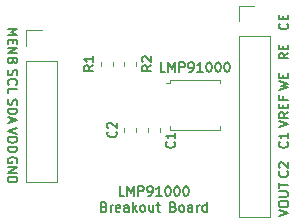
<source format=gto>
G04 #@! TF.GenerationSoftware,KiCad,Pcbnew,(5.1.6)-1*
G04 #@! TF.CreationDate,2021-04-19T16:32:52+02:00*
G04 #@! TF.ProjectId,LMP91000_Breakout_Board,4c4d5039-3130-4303-905f-427265616b6f,rev?*
G04 #@! TF.SameCoordinates,Original*
G04 #@! TF.FileFunction,Legend,Top*
G04 #@! TF.FilePolarity,Positive*
%FSLAX46Y46*%
G04 Gerber Fmt 4.6, Leading zero omitted, Abs format (unit mm)*
G04 Created by KiCad (PCBNEW (5.1.6)-1) date 2021-04-19 16:32:52*
%MOMM*%
%LPD*%
G01*
G04 APERTURE LIST*
%ADD10C,0.150000*%
%ADD11C,0.120000*%
G04 APERTURE END LIST*
D10*
X139985714Y-94686904D02*
X139604761Y-94686904D01*
X139604761Y-93886904D01*
X140252380Y-94686904D02*
X140252380Y-93886904D01*
X140519047Y-94458333D01*
X140785714Y-93886904D01*
X140785714Y-94686904D01*
X141166666Y-94686904D02*
X141166666Y-93886904D01*
X141471428Y-93886904D01*
X141547619Y-93925000D01*
X141585714Y-93963095D01*
X141623809Y-94039285D01*
X141623809Y-94153571D01*
X141585714Y-94229761D01*
X141547619Y-94267857D01*
X141471428Y-94305952D01*
X141166666Y-94305952D01*
X142004761Y-94686904D02*
X142157142Y-94686904D01*
X142233333Y-94648809D01*
X142271428Y-94610714D01*
X142347619Y-94496428D01*
X142385714Y-94344047D01*
X142385714Y-94039285D01*
X142347619Y-93963095D01*
X142309523Y-93925000D01*
X142233333Y-93886904D01*
X142080952Y-93886904D01*
X142004761Y-93925000D01*
X141966666Y-93963095D01*
X141928571Y-94039285D01*
X141928571Y-94229761D01*
X141966666Y-94305952D01*
X142004761Y-94344047D01*
X142080952Y-94382142D01*
X142233333Y-94382142D01*
X142309523Y-94344047D01*
X142347619Y-94305952D01*
X142385714Y-94229761D01*
X143147619Y-94686904D02*
X142690476Y-94686904D01*
X142919047Y-94686904D02*
X142919047Y-93886904D01*
X142842857Y-94001190D01*
X142766666Y-94077380D01*
X142690476Y-94115476D01*
X143642857Y-93886904D02*
X143719047Y-93886904D01*
X143795238Y-93925000D01*
X143833333Y-93963095D01*
X143871428Y-94039285D01*
X143909523Y-94191666D01*
X143909523Y-94382142D01*
X143871428Y-94534523D01*
X143833333Y-94610714D01*
X143795238Y-94648809D01*
X143719047Y-94686904D01*
X143642857Y-94686904D01*
X143566666Y-94648809D01*
X143528571Y-94610714D01*
X143490476Y-94534523D01*
X143452380Y-94382142D01*
X143452380Y-94191666D01*
X143490476Y-94039285D01*
X143528571Y-93963095D01*
X143566666Y-93925000D01*
X143642857Y-93886904D01*
X144404761Y-93886904D02*
X144480952Y-93886904D01*
X144557142Y-93925000D01*
X144595238Y-93963095D01*
X144633333Y-94039285D01*
X144671428Y-94191666D01*
X144671428Y-94382142D01*
X144633333Y-94534523D01*
X144595238Y-94610714D01*
X144557142Y-94648809D01*
X144480952Y-94686904D01*
X144404761Y-94686904D01*
X144328571Y-94648809D01*
X144290476Y-94610714D01*
X144252380Y-94534523D01*
X144214285Y-94382142D01*
X144214285Y-94191666D01*
X144252380Y-94039285D01*
X144290476Y-93963095D01*
X144328571Y-93925000D01*
X144404761Y-93886904D01*
X145166666Y-93886904D02*
X145242857Y-93886904D01*
X145319047Y-93925000D01*
X145357142Y-93963095D01*
X145395238Y-94039285D01*
X145433333Y-94191666D01*
X145433333Y-94382142D01*
X145395238Y-94534523D01*
X145357142Y-94610714D01*
X145319047Y-94648809D01*
X145242857Y-94686904D01*
X145166666Y-94686904D01*
X145090476Y-94648809D01*
X145052380Y-94610714D01*
X145014285Y-94534523D01*
X144976190Y-94382142D01*
X144976190Y-94191666D01*
X145014285Y-94039285D01*
X145052380Y-93963095D01*
X145090476Y-93925000D01*
X145166666Y-93886904D01*
X138290476Y-95617857D02*
X138404761Y-95655952D01*
X138442857Y-95694047D01*
X138480952Y-95770238D01*
X138480952Y-95884523D01*
X138442857Y-95960714D01*
X138404761Y-95998809D01*
X138328571Y-96036904D01*
X138023809Y-96036904D01*
X138023809Y-95236904D01*
X138290476Y-95236904D01*
X138366666Y-95275000D01*
X138404761Y-95313095D01*
X138442857Y-95389285D01*
X138442857Y-95465476D01*
X138404761Y-95541666D01*
X138366666Y-95579761D01*
X138290476Y-95617857D01*
X138023809Y-95617857D01*
X138823809Y-96036904D02*
X138823809Y-95503571D01*
X138823809Y-95655952D02*
X138861904Y-95579761D01*
X138900000Y-95541666D01*
X138976190Y-95503571D01*
X139052380Y-95503571D01*
X139623809Y-95998809D02*
X139547619Y-96036904D01*
X139395238Y-96036904D01*
X139319047Y-95998809D01*
X139280952Y-95922619D01*
X139280952Y-95617857D01*
X139319047Y-95541666D01*
X139395238Y-95503571D01*
X139547619Y-95503571D01*
X139623809Y-95541666D01*
X139661904Y-95617857D01*
X139661904Y-95694047D01*
X139280952Y-95770238D01*
X140347619Y-96036904D02*
X140347619Y-95617857D01*
X140309523Y-95541666D01*
X140233333Y-95503571D01*
X140080952Y-95503571D01*
X140004761Y-95541666D01*
X140347619Y-95998809D02*
X140271428Y-96036904D01*
X140080952Y-96036904D01*
X140004761Y-95998809D01*
X139966666Y-95922619D01*
X139966666Y-95846428D01*
X140004761Y-95770238D01*
X140080952Y-95732142D01*
X140271428Y-95732142D01*
X140347619Y-95694047D01*
X140728571Y-96036904D02*
X140728571Y-95236904D01*
X140804761Y-95732142D02*
X141033333Y-96036904D01*
X141033333Y-95503571D02*
X140728571Y-95808333D01*
X141490476Y-96036904D02*
X141414285Y-95998809D01*
X141376190Y-95960714D01*
X141338095Y-95884523D01*
X141338095Y-95655952D01*
X141376190Y-95579761D01*
X141414285Y-95541666D01*
X141490476Y-95503571D01*
X141604761Y-95503571D01*
X141680952Y-95541666D01*
X141719047Y-95579761D01*
X141757142Y-95655952D01*
X141757142Y-95884523D01*
X141719047Y-95960714D01*
X141680952Y-95998809D01*
X141604761Y-96036904D01*
X141490476Y-96036904D01*
X142442857Y-95503571D02*
X142442857Y-96036904D01*
X142100000Y-95503571D02*
X142100000Y-95922619D01*
X142138095Y-95998809D01*
X142214285Y-96036904D01*
X142328571Y-96036904D01*
X142404761Y-95998809D01*
X142442857Y-95960714D01*
X142709523Y-95503571D02*
X143014285Y-95503571D01*
X142823809Y-95236904D02*
X142823809Y-95922619D01*
X142861904Y-95998809D01*
X142938095Y-96036904D01*
X143014285Y-96036904D01*
X144157142Y-95617857D02*
X144271428Y-95655952D01*
X144309523Y-95694047D01*
X144347619Y-95770238D01*
X144347619Y-95884523D01*
X144309523Y-95960714D01*
X144271428Y-95998809D01*
X144195238Y-96036904D01*
X143890476Y-96036904D01*
X143890476Y-95236904D01*
X144157142Y-95236904D01*
X144233333Y-95275000D01*
X144271428Y-95313095D01*
X144309523Y-95389285D01*
X144309523Y-95465476D01*
X144271428Y-95541666D01*
X144233333Y-95579761D01*
X144157142Y-95617857D01*
X143890476Y-95617857D01*
X144804761Y-96036904D02*
X144728571Y-95998809D01*
X144690476Y-95960714D01*
X144652380Y-95884523D01*
X144652380Y-95655952D01*
X144690476Y-95579761D01*
X144728571Y-95541666D01*
X144804761Y-95503571D01*
X144919047Y-95503571D01*
X144995238Y-95541666D01*
X145033333Y-95579761D01*
X145071428Y-95655952D01*
X145071428Y-95884523D01*
X145033333Y-95960714D01*
X144995238Y-95998809D01*
X144919047Y-96036904D01*
X144804761Y-96036904D01*
X145757142Y-96036904D02*
X145757142Y-95617857D01*
X145719047Y-95541666D01*
X145642857Y-95503571D01*
X145490476Y-95503571D01*
X145414285Y-95541666D01*
X145757142Y-95998809D02*
X145680952Y-96036904D01*
X145490476Y-96036904D01*
X145414285Y-95998809D01*
X145376190Y-95922619D01*
X145376190Y-95846428D01*
X145414285Y-95770238D01*
X145490476Y-95732142D01*
X145680952Y-95732142D01*
X145757142Y-95694047D01*
X146138095Y-96036904D02*
X146138095Y-95503571D01*
X146138095Y-95655952D02*
X146176190Y-95579761D01*
X146214285Y-95541666D01*
X146290476Y-95503571D01*
X146366666Y-95503571D01*
X146976190Y-96036904D02*
X146976190Y-95236904D01*
X146976190Y-95998809D02*
X146900000Y-96036904D01*
X146747619Y-96036904D01*
X146671428Y-95998809D01*
X146633333Y-95960714D01*
X146595238Y-95884523D01*
X146595238Y-95655952D01*
X146633333Y-95579761D01*
X146671428Y-95541666D01*
X146747619Y-95503571D01*
X146900000Y-95503571D01*
X146976190Y-95541666D01*
X130900000Y-91890476D02*
X130938095Y-91814285D01*
X130938095Y-91700000D01*
X130900000Y-91585714D01*
X130823809Y-91509523D01*
X130747619Y-91471428D01*
X130595238Y-91433333D01*
X130480952Y-91433333D01*
X130328571Y-91471428D01*
X130252380Y-91509523D01*
X130176190Y-91585714D01*
X130138095Y-91700000D01*
X130138095Y-91776190D01*
X130176190Y-91890476D01*
X130214285Y-91928571D01*
X130480952Y-91928571D01*
X130480952Y-91776190D01*
X130138095Y-92271428D02*
X130938095Y-92271428D01*
X130138095Y-92728571D01*
X130938095Y-92728571D01*
X130138095Y-93109523D02*
X130938095Y-93109523D01*
X130938095Y-93300000D01*
X130900000Y-93414285D01*
X130823809Y-93490476D01*
X130747619Y-93528571D01*
X130595238Y-93566666D01*
X130480952Y-93566666D01*
X130328571Y-93528571D01*
X130252380Y-93490476D01*
X130176190Y-93414285D01*
X130138095Y-93300000D01*
X130138095Y-93109523D01*
X130938095Y-88933333D02*
X130138095Y-89200000D01*
X130938095Y-89466666D01*
X130138095Y-89733333D02*
X130938095Y-89733333D01*
X130938095Y-89923809D01*
X130900000Y-90038095D01*
X130823809Y-90114285D01*
X130747619Y-90152380D01*
X130595238Y-90190476D01*
X130480952Y-90190476D01*
X130328571Y-90152380D01*
X130252380Y-90114285D01*
X130176190Y-90038095D01*
X130138095Y-89923809D01*
X130138095Y-89733333D01*
X130138095Y-90533333D02*
X130938095Y-90533333D01*
X130938095Y-90723809D01*
X130900000Y-90838095D01*
X130823809Y-90914285D01*
X130747619Y-90952380D01*
X130595238Y-90990476D01*
X130480952Y-90990476D01*
X130328571Y-90952380D01*
X130252380Y-90914285D01*
X130176190Y-90838095D01*
X130138095Y-90723809D01*
X130138095Y-90533333D01*
X130176190Y-86528571D02*
X130138095Y-86642857D01*
X130138095Y-86833333D01*
X130176190Y-86909523D01*
X130214285Y-86947619D01*
X130290476Y-86985714D01*
X130366666Y-86985714D01*
X130442857Y-86947619D01*
X130480952Y-86909523D01*
X130519047Y-86833333D01*
X130557142Y-86680952D01*
X130595238Y-86604761D01*
X130633333Y-86566666D01*
X130709523Y-86528571D01*
X130785714Y-86528571D01*
X130861904Y-86566666D01*
X130900000Y-86604761D01*
X130938095Y-86680952D01*
X130938095Y-86871428D01*
X130900000Y-86985714D01*
X130138095Y-87328571D02*
X130938095Y-87328571D01*
X130938095Y-87519047D01*
X130900000Y-87633333D01*
X130823809Y-87709523D01*
X130747619Y-87747619D01*
X130595238Y-87785714D01*
X130480952Y-87785714D01*
X130328571Y-87747619D01*
X130252380Y-87709523D01*
X130176190Y-87633333D01*
X130138095Y-87519047D01*
X130138095Y-87328571D01*
X130366666Y-88090476D02*
X130366666Y-88471428D01*
X130138095Y-88014285D02*
X130938095Y-88280952D01*
X130138095Y-88547619D01*
X130176190Y-84047619D02*
X130138095Y-84161904D01*
X130138095Y-84352380D01*
X130176190Y-84428571D01*
X130214285Y-84466666D01*
X130290476Y-84504761D01*
X130366666Y-84504761D01*
X130442857Y-84466666D01*
X130480952Y-84428571D01*
X130519047Y-84352380D01*
X130557142Y-84200000D01*
X130595238Y-84123809D01*
X130633333Y-84085714D01*
X130709523Y-84047619D01*
X130785714Y-84047619D01*
X130861904Y-84085714D01*
X130900000Y-84123809D01*
X130938095Y-84200000D01*
X130938095Y-84390476D01*
X130900000Y-84504761D01*
X130214285Y-85304761D02*
X130176190Y-85266666D01*
X130138095Y-85152380D01*
X130138095Y-85076190D01*
X130176190Y-84961904D01*
X130252380Y-84885714D01*
X130328571Y-84847619D01*
X130480952Y-84809523D01*
X130595238Y-84809523D01*
X130747619Y-84847619D01*
X130823809Y-84885714D01*
X130900000Y-84961904D01*
X130938095Y-85076190D01*
X130938095Y-85152380D01*
X130900000Y-85266666D01*
X130861904Y-85304761D01*
X130138095Y-86028571D02*
X130138095Y-85647619D01*
X130938095Y-85647619D01*
X130138095Y-80552380D02*
X130938095Y-80552380D01*
X130366666Y-80819047D01*
X130938095Y-81085714D01*
X130138095Y-81085714D01*
X130557142Y-81466666D02*
X130557142Y-81733333D01*
X130138095Y-81847619D02*
X130138095Y-81466666D01*
X130938095Y-81466666D01*
X130938095Y-81847619D01*
X130138095Y-82190476D02*
X130938095Y-82190476D01*
X130138095Y-82647619D01*
X130938095Y-82647619D01*
X130557142Y-83295238D02*
X130519047Y-83409523D01*
X130480952Y-83447619D01*
X130404761Y-83485714D01*
X130290476Y-83485714D01*
X130214285Y-83447619D01*
X130176190Y-83409523D01*
X130138095Y-83333333D01*
X130138095Y-83028571D01*
X130938095Y-83028571D01*
X130938095Y-83295238D01*
X130900000Y-83371428D01*
X130861904Y-83409523D01*
X130785714Y-83447619D01*
X130709523Y-83447619D01*
X130633333Y-83409523D01*
X130595238Y-83371428D01*
X130557142Y-83295238D01*
X130557142Y-83028571D01*
X153061904Y-96409523D02*
X153861904Y-96142857D01*
X153061904Y-95876190D01*
X153061904Y-95457142D02*
X153061904Y-95304761D01*
X153100000Y-95228571D01*
X153176190Y-95152380D01*
X153328571Y-95114285D01*
X153595238Y-95114285D01*
X153747619Y-95152380D01*
X153823809Y-95228571D01*
X153861904Y-95304761D01*
X153861904Y-95457142D01*
X153823809Y-95533333D01*
X153747619Y-95609523D01*
X153595238Y-95647619D01*
X153328571Y-95647619D01*
X153176190Y-95609523D01*
X153100000Y-95533333D01*
X153061904Y-95457142D01*
X153061904Y-94771428D02*
X153709523Y-94771428D01*
X153785714Y-94733333D01*
X153823809Y-94695238D01*
X153861904Y-94619047D01*
X153861904Y-94466666D01*
X153823809Y-94390476D01*
X153785714Y-94352380D01*
X153709523Y-94314285D01*
X153061904Y-94314285D01*
X153061904Y-94047619D02*
X153061904Y-93590476D01*
X153861904Y-93819047D02*
X153061904Y-93819047D01*
X153785714Y-92633333D02*
X153823809Y-92671428D01*
X153861904Y-92785714D01*
X153861904Y-92861904D01*
X153823809Y-92976190D01*
X153747619Y-93052380D01*
X153671428Y-93090476D01*
X153519047Y-93128571D01*
X153404761Y-93128571D01*
X153252380Y-93090476D01*
X153176190Y-93052380D01*
X153100000Y-92976190D01*
X153061904Y-92861904D01*
X153061904Y-92785714D01*
X153100000Y-92671428D01*
X153138095Y-92633333D01*
X153138095Y-92328571D02*
X153100000Y-92290476D01*
X153061904Y-92214285D01*
X153061904Y-92023809D01*
X153100000Y-91947619D01*
X153138095Y-91909523D01*
X153214285Y-91871428D01*
X153290476Y-91871428D01*
X153404761Y-91909523D01*
X153861904Y-92366666D01*
X153861904Y-91871428D01*
X153785714Y-90133333D02*
X153823809Y-90171428D01*
X153861904Y-90285714D01*
X153861904Y-90361904D01*
X153823809Y-90476190D01*
X153747619Y-90552380D01*
X153671428Y-90590476D01*
X153519047Y-90628571D01*
X153404761Y-90628571D01*
X153252380Y-90590476D01*
X153176190Y-90552380D01*
X153100000Y-90476190D01*
X153061904Y-90361904D01*
X153061904Y-90285714D01*
X153100000Y-90171428D01*
X153138095Y-90133333D01*
X153861904Y-89371428D02*
X153861904Y-89828571D01*
X153861904Y-89600000D02*
X153061904Y-89600000D01*
X153176190Y-89676190D01*
X153252380Y-89752380D01*
X153290476Y-89828571D01*
X153061904Y-88871428D02*
X153861904Y-88604761D01*
X153061904Y-88338095D01*
X153861904Y-87614285D02*
X153480952Y-87880952D01*
X153861904Y-88071428D02*
X153061904Y-88071428D01*
X153061904Y-87766666D01*
X153100000Y-87690476D01*
X153138095Y-87652380D01*
X153214285Y-87614285D01*
X153328571Y-87614285D01*
X153404761Y-87652380D01*
X153442857Y-87690476D01*
X153480952Y-87766666D01*
X153480952Y-88071428D01*
X153442857Y-87271428D02*
X153442857Y-87004761D01*
X153861904Y-86890476D02*
X153861904Y-87271428D01*
X153061904Y-87271428D01*
X153061904Y-86890476D01*
X153442857Y-86280952D02*
X153442857Y-86547619D01*
X153861904Y-86547619D02*
X153061904Y-86547619D01*
X153061904Y-86166666D01*
X153061904Y-85704761D02*
X153861904Y-85514285D01*
X153290476Y-85361904D01*
X153861904Y-85209523D01*
X153061904Y-85019047D01*
X153442857Y-84714285D02*
X153442857Y-84447619D01*
X153861904Y-84333333D02*
X153861904Y-84714285D01*
X153061904Y-84714285D01*
X153061904Y-84333333D01*
X153861904Y-82614285D02*
X153480952Y-82880952D01*
X153861904Y-83071428D02*
X153061904Y-83071428D01*
X153061904Y-82766666D01*
X153100000Y-82690476D01*
X153138095Y-82652380D01*
X153214285Y-82614285D01*
X153328571Y-82614285D01*
X153404761Y-82652380D01*
X153442857Y-82690476D01*
X153480952Y-82766666D01*
X153480952Y-83071428D01*
X153442857Y-82271428D02*
X153442857Y-82004761D01*
X153861904Y-81890476D02*
X153861904Y-82271428D01*
X153061904Y-82271428D01*
X153061904Y-81890476D01*
X153785714Y-80114285D02*
X153823809Y-80152380D01*
X153861904Y-80266666D01*
X153861904Y-80342857D01*
X153823809Y-80457142D01*
X153747619Y-80533333D01*
X153671428Y-80571428D01*
X153519047Y-80609523D01*
X153404761Y-80609523D01*
X153252380Y-80571428D01*
X153176190Y-80533333D01*
X153100000Y-80457142D01*
X153061904Y-80342857D01*
X153061904Y-80266666D01*
X153100000Y-80152380D01*
X153138095Y-80114285D01*
X153442857Y-79771428D02*
X153442857Y-79504761D01*
X153861904Y-79390476D02*
X153861904Y-79771428D01*
X153061904Y-79771428D01*
X153061904Y-79390476D01*
D11*
X143825000Y-89125000D02*
X143825000Y-88750000D01*
X148075000Y-89125000D02*
X143850000Y-89125000D01*
X148075000Y-88750000D02*
X148075000Y-89125000D01*
X143825000Y-84875000D02*
X143825000Y-85125000D01*
X143525000Y-85125000D02*
X143825000Y-85125000D01*
X148075000Y-84875000D02*
X148075000Y-85175000D01*
X148075000Y-84875000D02*
X143825000Y-84875000D01*
X141010000Y-83328733D02*
X141010000Y-83671267D01*
X139990000Y-83328733D02*
X139990000Y-83671267D01*
X139010000Y-83328733D02*
X139010000Y-83671267D01*
X137990000Y-83328733D02*
X137990000Y-83671267D01*
X131670000Y-93490000D02*
X134330000Y-93490000D01*
X131670000Y-83270000D02*
X131670000Y-93490000D01*
X134330000Y-83270000D02*
X134330000Y-93490000D01*
X131670000Y-83270000D02*
X134330000Y-83270000D01*
X131670000Y-82000000D02*
X131670000Y-80670000D01*
X131670000Y-80670000D02*
X133000000Y-80670000D01*
X149670000Y-96490000D02*
X152330000Y-96490000D01*
X149670000Y-81190000D02*
X149670000Y-96490000D01*
X152330000Y-81190000D02*
X152330000Y-96490000D01*
X149670000Y-81190000D02*
X152330000Y-81190000D01*
X149670000Y-79920000D02*
X149670000Y-78590000D01*
X149670000Y-78590000D02*
X151000000Y-78590000D01*
X141010000Y-88953733D02*
X141010000Y-89296267D01*
X139990000Y-88953733D02*
X139990000Y-89296267D01*
X143010000Y-88953733D02*
X143010000Y-89296267D01*
X141990000Y-88953733D02*
X141990000Y-89296267D01*
D10*
X143463077Y-84208628D02*
X143082124Y-84208628D01*
X143082124Y-83408628D01*
X143729743Y-84208628D02*
X143729743Y-83408628D01*
X143996410Y-83980057D01*
X144263077Y-83408628D01*
X144263077Y-84208628D01*
X144644029Y-84208628D02*
X144644029Y-83408628D01*
X144948791Y-83408628D01*
X145024982Y-83446724D01*
X145063077Y-83484819D01*
X145101172Y-83561009D01*
X145101172Y-83675295D01*
X145063077Y-83751485D01*
X145024982Y-83789581D01*
X144948791Y-83827676D01*
X144644029Y-83827676D01*
X145482124Y-84208628D02*
X145634505Y-84208628D01*
X145710696Y-84170533D01*
X145748791Y-84132438D01*
X145824982Y-84018152D01*
X145863077Y-83865771D01*
X145863077Y-83561009D01*
X145824982Y-83484819D01*
X145786886Y-83446724D01*
X145710696Y-83408628D01*
X145558315Y-83408628D01*
X145482124Y-83446724D01*
X145444029Y-83484819D01*
X145405934Y-83561009D01*
X145405934Y-83751485D01*
X145444029Y-83827676D01*
X145482124Y-83865771D01*
X145558315Y-83903866D01*
X145710696Y-83903866D01*
X145786886Y-83865771D01*
X145824982Y-83827676D01*
X145863077Y-83751485D01*
X146624982Y-84208628D02*
X146167839Y-84208628D01*
X146396410Y-84208628D02*
X146396410Y-83408628D01*
X146320220Y-83522914D01*
X146244029Y-83599104D01*
X146167839Y-83637200D01*
X147120220Y-83408628D02*
X147196410Y-83408628D01*
X147272601Y-83446724D01*
X147310696Y-83484819D01*
X147348791Y-83561009D01*
X147386886Y-83713390D01*
X147386886Y-83903866D01*
X147348791Y-84056247D01*
X147310696Y-84132438D01*
X147272601Y-84170533D01*
X147196410Y-84208628D01*
X147120220Y-84208628D01*
X147044029Y-84170533D01*
X147005934Y-84132438D01*
X146967839Y-84056247D01*
X146929743Y-83903866D01*
X146929743Y-83713390D01*
X146967839Y-83561009D01*
X147005934Y-83484819D01*
X147044029Y-83446724D01*
X147120220Y-83408628D01*
X147882124Y-83408628D02*
X147958315Y-83408628D01*
X148034505Y-83446724D01*
X148072601Y-83484819D01*
X148110696Y-83561009D01*
X148148791Y-83713390D01*
X148148791Y-83903866D01*
X148110696Y-84056247D01*
X148072601Y-84132438D01*
X148034505Y-84170533D01*
X147958315Y-84208628D01*
X147882124Y-84208628D01*
X147805934Y-84170533D01*
X147767839Y-84132438D01*
X147729743Y-84056247D01*
X147691648Y-83903866D01*
X147691648Y-83713390D01*
X147729743Y-83561009D01*
X147767839Y-83484819D01*
X147805934Y-83446724D01*
X147882124Y-83408628D01*
X148644029Y-83408628D02*
X148720220Y-83408628D01*
X148796410Y-83446724D01*
X148834505Y-83484819D01*
X148872601Y-83561009D01*
X148910696Y-83713390D01*
X148910696Y-83903866D01*
X148872601Y-84056247D01*
X148834505Y-84132438D01*
X148796410Y-84170533D01*
X148720220Y-84208628D01*
X148644029Y-84208628D01*
X148567839Y-84170533D01*
X148529743Y-84132438D01*
X148491648Y-84056247D01*
X148453553Y-83903866D01*
X148453553Y-83713390D01*
X148491648Y-83561009D01*
X148529743Y-83484819D01*
X148567839Y-83446724D01*
X148644029Y-83408628D01*
X142291904Y-83633333D02*
X141910952Y-83900000D01*
X142291904Y-84090476D02*
X141491904Y-84090476D01*
X141491904Y-83785714D01*
X141530000Y-83709523D01*
X141568095Y-83671428D01*
X141644285Y-83633333D01*
X141758571Y-83633333D01*
X141834761Y-83671428D01*
X141872857Y-83709523D01*
X141910952Y-83785714D01*
X141910952Y-84090476D01*
X141568095Y-83328571D02*
X141530000Y-83290476D01*
X141491904Y-83214285D01*
X141491904Y-83023809D01*
X141530000Y-82947619D01*
X141568095Y-82909523D01*
X141644285Y-82871428D01*
X141720476Y-82871428D01*
X141834761Y-82909523D01*
X142291904Y-83366666D01*
X142291904Y-82871428D01*
X137361904Y-83633333D02*
X136980952Y-83900000D01*
X137361904Y-84090476D02*
X136561904Y-84090476D01*
X136561904Y-83785714D01*
X136600000Y-83709523D01*
X136638095Y-83671428D01*
X136714285Y-83633333D01*
X136828571Y-83633333D01*
X136904761Y-83671428D01*
X136942857Y-83709523D01*
X136980952Y-83785714D01*
X136980952Y-84090476D01*
X137361904Y-82871428D02*
X137361904Y-83328571D01*
X137361904Y-83100000D02*
X136561904Y-83100000D01*
X136676190Y-83176190D01*
X136752380Y-83252380D01*
X136790476Y-83328571D01*
X139285714Y-89258333D02*
X139323809Y-89296428D01*
X139361904Y-89410714D01*
X139361904Y-89486904D01*
X139323809Y-89601190D01*
X139247619Y-89677380D01*
X139171428Y-89715476D01*
X139019047Y-89753571D01*
X138904761Y-89753571D01*
X138752380Y-89715476D01*
X138676190Y-89677380D01*
X138600000Y-89601190D01*
X138561904Y-89486904D01*
X138561904Y-89410714D01*
X138600000Y-89296428D01*
X138638095Y-89258333D01*
X138638095Y-88953571D02*
X138600000Y-88915476D01*
X138561904Y-88839285D01*
X138561904Y-88648809D01*
X138600000Y-88572619D01*
X138638095Y-88534523D01*
X138714285Y-88496428D01*
X138790476Y-88496428D01*
X138904761Y-88534523D01*
X139361904Y-88991666D01*
X139361904Y-88496428D01*
X144215714Y-90133333D02*
X144253809Y-90171428D01*
X144291904Y-90285714D01*
X144291904Y-90361904D01*
X144253809Y-90476190D01*
X144177619Y-90552380D01*
X144101428Y-90590476D01*
X143949047Y-90628571D01*
X143834761Y-90628571D01*
X143682380Y-90590476D01*
X143606190Y-90552380D01*
X143530000Y-90476190D01*
X143491904Y-90361904D01*
X143491904Y-90285714D01*
X143530000Y-90171428D01*
X143568095Y-90133333D01*
X144291904Y-89371428D02*
X144291904Y-89828571D01*
X144291904Y-89600000D02*
X143491904Y-89600000D01*
X143606190Y-89676190D01*
X143682380Y-89752380D01*
X143720476Y-89828571D01*
M02*

</source>
